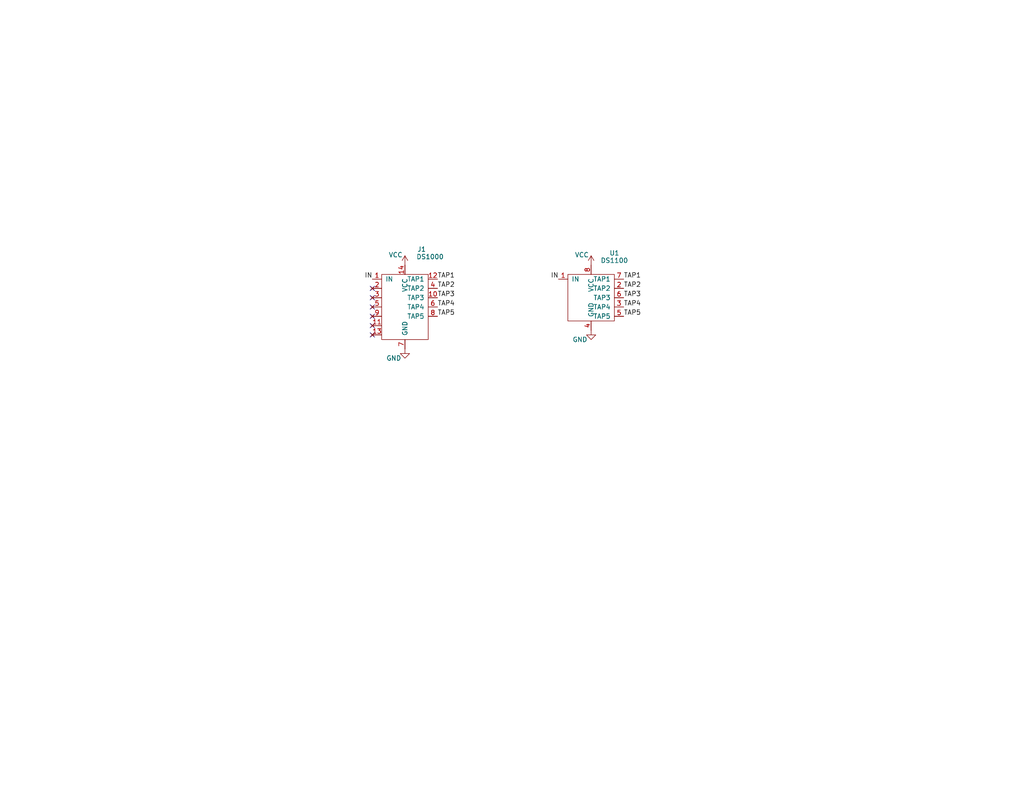
<source format=kicad_sch>
(kicad_sch (version 20230121) (generator eeschema)
  (paper "USLetter")
  (title_block (title "DS1x00 SOIC8 to DS1000 DIP14 adapter") (date "2021-10-17") (rev "001") (company "Brian. K. White - b.kenyon.w@gmail.com"))
  (lib_symbols
    (symbol "000_LOCAL:DS1000" (pin_names (offset 1.016))
      (property "Reference" "U" (at 2.032 9.525 0))
      (property "Value" "DS1000" (at 5.08 7.62 0))
      (symbol "DS1000_0_1"
        (rectangle (start -6.35 6.35) (end 6.35 -11.43))
      )
      (symbol "DS1000_1_1"
        (pin input line (at -8.89 5.08 0) (length 2.54) (name "IN") (number "1"))
        (pin output line (at 8.89 0 180) (length 2.54) (name "TAP3") (number "10"))
        (pin no_connect line (at -8.89 -7.62 0) (length 2.54) (name "~") (number "11"))
        (pin output line (at 8.89 5.08 180) (length 2.54) (name "TAP1") (number "12"))
        (pin no_connect line (at -8.89 -10.16 0) (length 2.54) (name "~") (number "13"))
        (pin power_in line (at 0 8.89 270) (length 2.54) (name "VCC") (number "14"))
        (pin no_connect line (at -8.89 2.54 0) (length 2.54) (name "~") (number "2"))
        (pin no_connect line (at -8.89 0 0) (length 2.54) (name "~") (number "3"))
        (pin output line (at 8.89 2.54 180) (length 2.54) (name "TAP2") (number "4"))
        (pin no_connect line (at -8.89 -2.54 0) (length 2.54) (name "~") (number "5"))
        (pin output line (at 8.89 -2.54 180) (length 2.54) (name "TAP4") (number "6"))
        (pin power_in line (at 0 -13.97 90) (length 2.54) (name "GND") (number "7"))
        (pin output line (at 8.89 -5.08 180) (length 2.54) (name "TAP5") (number "8"))
        (pin no_connect line (at -8.89 -5.08 0) (length 2.54) (name "~") (number "9"))
      )
    )
    (symbol "000_LOCAL:DS1100" (pin_names (offset 1.016))
      (property "Reference" "U" (at 2.032 9.525 0))
      (property "Value" "DS1100" (at 5.08 7.62 0))
      (symbol "DS1100_0_1"
        (rectangle (start -6.35 6.35) (end 6.35 -6.35))
      )
      (symbol "DS1100_1_1"
        (pin input line (at -8.89 5.08 0) (length 2.54) (name "IN") (number "1"))
        (pin output line (at 8.89 2.54 180) (length 2.54) (name "TAP2") (number "2"))
        (pin output line (at 8.89 -2.54 180) (length 2.54) (name "TAP4") (number "3"))
        (pin power_in line (at 0 -8.89 90) (length 2.54) (name "GND") (number "4"))
        (pin output line (at 8.89 -5.08 180) (length 2.54) (name "TAP5") (number "5"))
        (pin output line (at 8.89 0 180) (length 2.54) (name "TAP3") (number "6"))
        (pin output line (at 8.89 5.08 180) (length 2.54) (name "TAP1") (number "7"))
        (pin power_in line (at 0 8.89 270) (length 2.54) (name "VCC") (number "8"))
      )
    )
    (symbol "power:GND" (power) (pin_names (offset 0))
      (property "Value" "GND" (at 0 -3.81 0))
      (symbol "GND_0_1"
        (polyline (pts (xy 0 0) (xy 0 -1.27) (xy 1.27 -1.27) (xy 0 -2.54) (xy -1.27 -1.27) (xy 0 -1.27)))
      )
      (symbol "GND_1_1"
        (pin power_in line (at 0 0 270) (length 0) hide (name "GND") (number "1"))
      )
    )
    (symbol "power:VCC" (power) (pin_names (offset 0))
      (property "Value" "VCC" (at 0 3.81 0))
      (symbol "VCC_0_1"
        (polyline (pts (xy -0.762 1.27) (xy 0 2.54)))
        (polyline (pts (xy 0 0) (xy 0 2.54)))
        (polyline (pts (xy 0 2.54) (xy 0.762 1.27)))
      )
      (symbol "VCC_1_1"
        (pin power_in line (at 0 0 90) (length 0) hide (name "VCC") (number "1"))
      )
    )
  )
  (no_connect (at 101.6 91.44))
  (no_connect (at 101.6 86.36))
  (no_connect (at 101.6 83.82))
  (no_connect (at 101.6 81.28))
  (no_connect (at 101.6 78.74))
  (no_connect (at 101.6 88.9))
  (label "TAP2" (at 119.38 78.74 0))
  (label "TAP4" (at 119.38 83.82 0))
  (label "TAP3" (at 170.18 81.28 0))
  (label "TAP1" (at 170.18 76.2 0))
  (label "TAP3" (at 119.38 81.28 0))
  (label "TAP4" (at 170.18 83.82 0))
  (label "TAP1" (at 119.38 76.2 0))
  (label "TAP2" (at 170.18 78.74 0))
  (label "TAP5" (at 170.18 86.36 0))
  (label "IN" (at 101.6 76.2 180))
  (label "TAP5" (at 119.38 86.36 0))
  (label "IN" (at 152.4 76.2 180))
  (symbol (lib_id "power:VCC") (at 110.49 72.39 0) (unit 1)
    (property "Reference" "#PWR0101" (effects hide))
    (property "Value" "VCC" (at 107.95 69.596 0))
  )
  (symbol (lib_id "power:VCC") (at 161.29 72.39 0) (unit 1)
    (property "Reference" "#PWR0102" (effects hide))
    (property "Value" "VCC" (at 158.75 69.596 0))
  )
  (symbol (lib_id "power:GND") (at 110.49 95.25 0) (unit 1)
    (property "Reference" "#PWR0103" (effects hide))
    (property "Value" "GND" (at 107.442 97.79 0))
  )
  (symbol (lib_id "power:GND") (at 161.29 90.17 0) (unit 1)
    (property "Reference" "#PWR0104" (effects hide))
    (property "Value" "GND" (at 158.242 92.71 0))
  )
  (symbol (lib_id "000_LOCAL:DS1000") (at 110.49 81.28 0) (unit 1)
    (property "Reference" "J1" (at 115.062 68.072 0))
    (property "Value" "DS1000" (at 117.348 70.104 0))
    (property "Footprint" "000_LOCAL:DIP14_0.3_pcb_sil_pins" (effects hide))
    (property "Datasheet" "https://rocelec.widen.net/view/pdf/cehhj9rbxx/MAXMS15694-1.pd" (effects hide))
  )
  (symbol (lib_id "000_LOCAL:DS1100") (at 161.29 81.28 0) (unit 1)
    (property "Reference" "U1" (at 167.64 69.088 0))
    (property "Value" "DS1100" (at 167.64 71.12 0))
    (property "Footprint" "000_LOCAL:SOIC-8_3.9x4.9mm_P1.27mm" (effects hide))
    (property "Datasheet" "https://datasheets.maximintegrated.com/en/ds/DS1100.pdf" (effects hide))
  )
)
</source>
